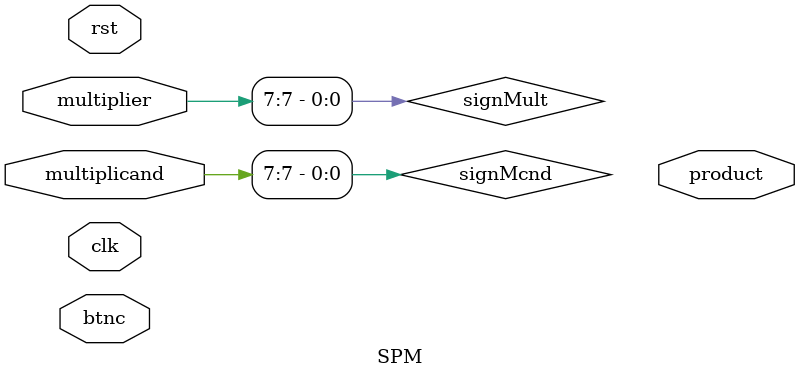
<source format=v>
`timescale 1ns / 1ps

module bitwiseAnd(input inp, input [7:0] arr, output reg [7:0] out);
assign out = arr & {8{inp}};
endmodule

module SPM(input clk, input btnc, input rst, input [7:0] multiplier, input [7:0] multiplicand, output [15:0] product);

wire signMult = multiplier[7];
wire signMcnd = multiplicand[7];
wire changeSign = signMult ^ signMcnd;

wire multCtrl; wire QminMult, QmaxMult, QrelMult; wire [7:0] rMultContent;
wire mcndCtrl; wire QminMcnd, QmaxMcnd, QrelMcnd; wire [7:0] rMcndContent;

//module UniversalReg(clk, rst, ctrl, sinl, sinr, D, Q0, Q7, Q);
UniversalReg rMult(.clk(clk), .rst(rst), .ctrl(multCtrl), .sinl(1'b0), .sinr(1'b0), .D(multiplier), .Q0(QminMult), .Q7(QmaxMult), .Qrel(QrelMult), .Q(rMultContent));
UniversalReg rMcnd(.clk(clk), .rst(rst), .ctrl(mcndCtrl), .sinl(1'b0), .sinr(1'b0), .D(multiplicand), .Q0(QminMcnd), .Q7(QmaxMcnd), .Qrel(QrelMcnd), .Q(rMcndContent));

//module CarrySaveFullAdder (
//    input  wire clk,
//    input  wire ld,
//    input  wire a,
//    input  wire b,
//    input  wire cin,
//    output reg sum,
//    output reg carry
//);

//DFF csfa1Dff(.clk(clk), .rst(rst), .ld(btnc), .D();
//CarrySaveFullAdder csfa1(.clk(clk), .ld(btnc), .a(changeSign), .b(QrelMult), .cin(djda), .sum(

always @(posedge clk)
begin



end

endmodule
</source>
